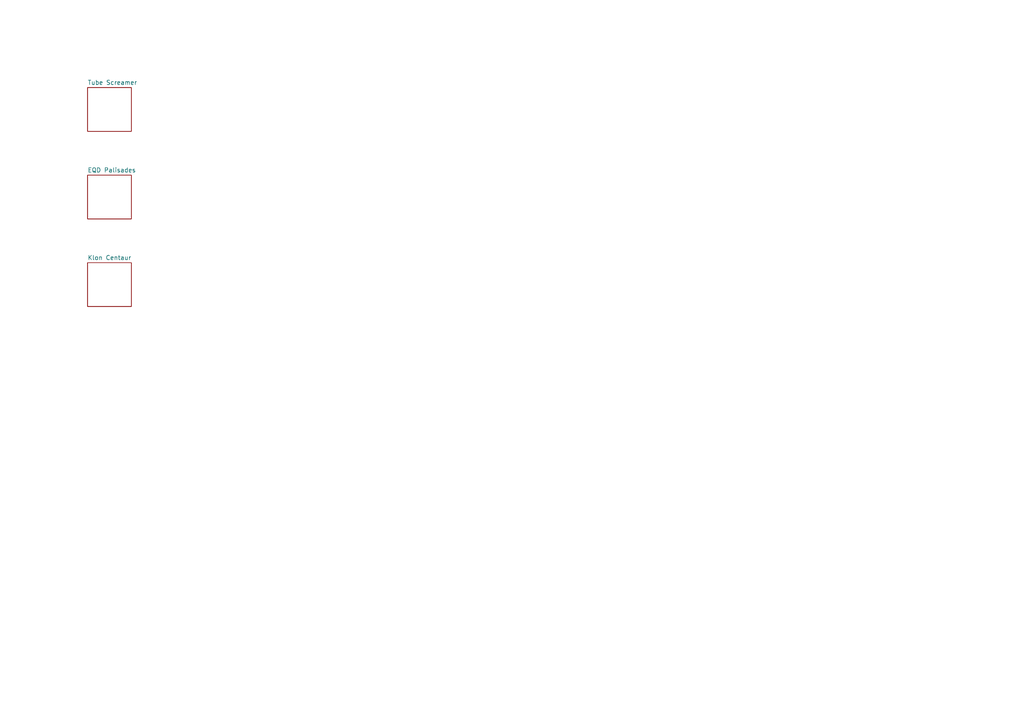
<source format=kicad_sch>
(kicad_sch
	(version 20250114)
	(generator "eeschema")
	(generator_version "9.0")
	(uuid "e2171c8d-087c-4867-af34-2a176d4c2402")
	(paper "A4")
	(lib_symbols)
	(sheet
		(at 25.4 76.2)
		(size 12.7 12.7)
		(exclude_from_sim no)
		(in_bom yes)
		(on_board yes)
		(dnp no)
		(fields_autoplaced yes)
		(stroke
			(width 0.1524)
			(type solid)
		)
		(fill
			(color 0 0 0 0.0000)
		)
		(uuid "504cf8a2-1c83-4fcb-8659-967252628976")
		(property "Sheetname" "Klon Centaur"
			(at 25.4 75.4884 0)
			(effects
				(font
					(size 1.27 1.27)
				)
				(justify left bottom)
			)
		)
		(property "Sheetfile" "input-buffers-klon-centaur.kicad_sch"
			(at 25.4 89.4846 0)
			(effects
				(font
					(size 1.27 1.27)
				)
				(justify left top)
				(hide yes)
			)
		)
		(instances
			(project "guitar-effect-components"
				(path "/fab8fd4c-8a3b-4785-8dd9-fe88b60458c3/2e7c1244-c891-4715-8e56-eead9137cc37"
					(page "5")
				)
			)
		)
	)
	(sheet
		(at 25.4 25.4)
		(size 12.7 12.7)
		(exclude_from_sim no)
		(in_bom yes)
		(on_board yes)
		(dnp no)
		(fields_autoplaced yes)
		(stroke
			(width 0.1524)
			(type solid)
		)
		(fill
			(color 0 0 0 0.0000)
		)
		(uuid "853f9880-aa0c-48ff-b05f-423e7ded957e")
		(property "Sheetname" "Tube Screamer"
			(at 25.4 24.6884 0)
			(effects
				(font
					(size 1.27 1.27)
				)
				(justify left bottom)
			)
		)
		(property "Sheetfile" "input-buffers-tube-screamer.kicad_sch"
			(at 25.4 38.6846 0)
			(effects
				(font
					(size 1.27 1.27)
				)
				(justify left top)
				(hide yes)
			)
		)
		(instances
			(project "guitar-effect-components"
				(path "/fab8fd4c-8a3b-4785-8dd9-fe88b60458c3/2e7c1244-c891-4715-8e56-eead9137cc37"
					(page "4")
				)
			)
		)
	)
	(sheet
		(at 25.4 50.8)
		(size 12.7 12.7)
		(exclude_from_sim no)
		(in_bom yes)
		(on_board yes)
		(dnp no)
		(fields_autoplaced yes)
		(stroke
			(width 0.1524)
			(type solid)
		)
		(fill
			(color 0 0 0 0.0000)
		)
		(uuid "df1f2fb4-391e-4f60-bc1e-462cdae3e59c")
		(property "Sheetname" "EQD Palisades"
			(at 25.4 50.0884 0)
			(effects
				(font
					(size 1.27 1.27)
				)
				(justify left bottom)
			)
		)
		(property "Sheetfile" "input-buffers-eqd-palisades.kicad_sch"
			(at 25.4 64.0846 0)
			(effects
				(font
					(size 1.27 1.27)
				)
				(justify left top)
				(hide yes)
			)
		)
		(instances
			(project "guitar-effect-components"
				(path "/fab8fd4c-8a3b-4785-8dd9-fe88b60458c3/2e7c1244-c891-4715-8e56-eead9137cc37"
					(page "3")
				)
			)
		)
	)
)

</source>
